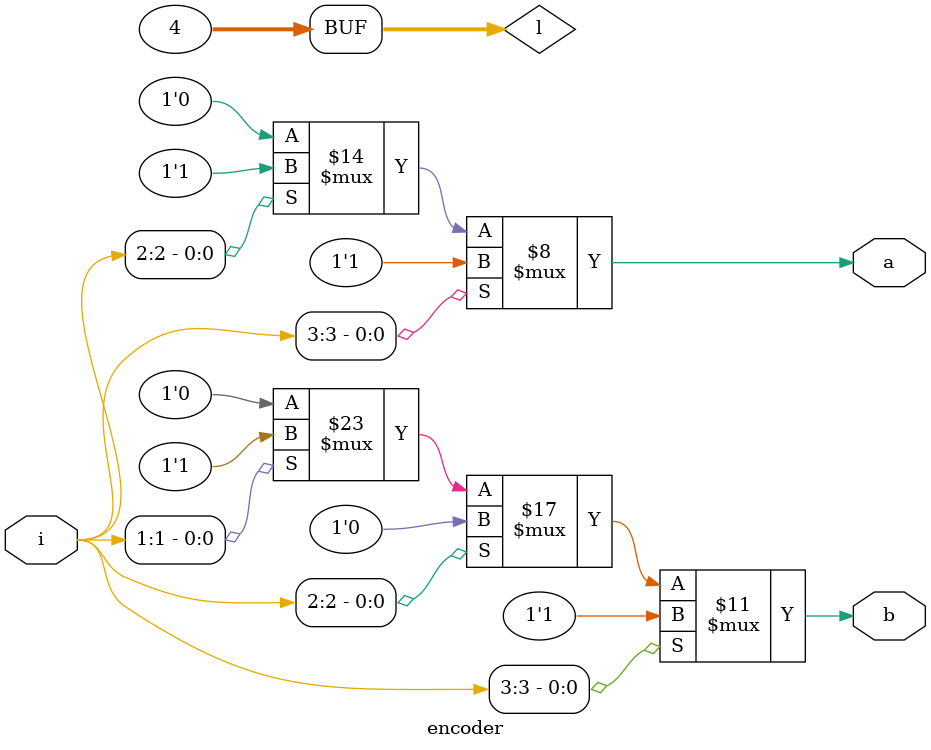
<source format=v>
module encoder (
  input [3:0] i,
  output reg a,b
);
  
  integer l;
  always @(*) begin
    a=0;
    b=0;
    
    for (l=0;l<4;l=l+1) begin
      if (i[l]==1)
      {a,b}=l;
    end

  end 
endmodule

</source>
